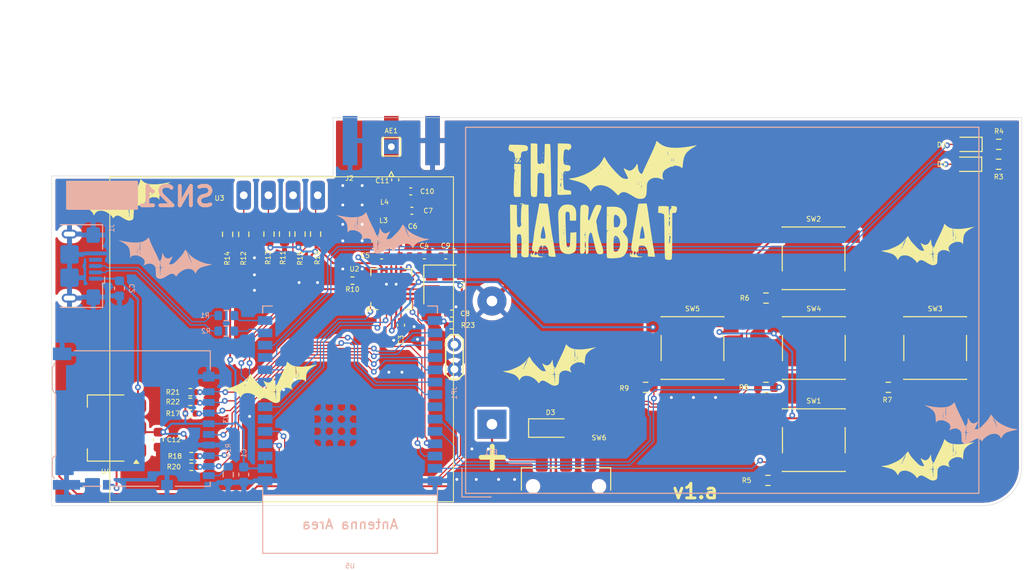
<source format=kicad_pcb>
(kicad_pcb (version 20240108) (generator "pcbnew") (generator_version "8.0")
  (layers (0 "F.Cu" signal) (31 "B.Cu" signal) (34 "B.Paste" user) (35 "F.Paste" user) (36 "B.SilkS" user "B.Silkscreen") (37 "F.SilkS" user "F.Silkscreen") (38 "B.Mask" user) (39 "F.Mask" user) (44 "Edge.Cuts" user))
  (net 0 "")
  (net 1 "Net-(AE1-A)")
  (net 2 "+3V3")
  (net 3 "GND")
  (net 4 "+5V")
  (net 5 "Net-(U2-DCOUPL)")
  (net 6 "Net-(C4-Pad2)")
  (net 7 "Net-(U2-RF_N)")
  (net 8 "Net-(C6-Pad2)")
  (net 9 "Net-(U2-RF_P)")
  (net 10 "Net-(C7-Pad1)")
  (net 11 "Net-(U2-XOSC_Q1)")
  (net 12 "Net-(U2-XOSC_Q2)")
  (net 13 "Net-(C10-Pad1)")
  (net 14 "Net-(D1-K)")
  (net 15 "LED1")
  (net 16 "Net-(D2-K)")
  (net 17 "LED2")
  (net 18 "SD_DATA0")
  (net 19 "SD_CLK")
  (net 20 "SD_CD")
  (net 21 "SD_DATA3")
  (net 22 "SD_CMD")
  (net 23 "SD_DATA2")
  (net 24 "SD_DATA1")
  (net 25 "/esp32c6/USB_P")
  (net 26 "Net-(U5-GPIO13{slash}USB_D+)")
  (net 27 "/esp32c6/USB_N")
  (net 28 "Net-(U5-GPIO12{slash}USB_D-)")
  (net 29 "BUT_DOWN")
  (net 30 "BUT_UP")
  (net 31 "BUT_RIGHT")
  (net 32 "BUT_ENTER")
  (net 33 "BUT_LEFT")
  (net 34 "Net-(U2-RBIAS)")
  (net 35 "Net-(U3-GND)")
  (net 36 "Net-(U3-VCC_IN)")
  (net 37 "OLED_SCL")
  (net 38 "OLED_SDA")
  (net 39 "RF_GD0")
  (net 40 "RF_SPID")
  (net 41 "RF_GD2")
  (net 42 "RF_SPICS")
  (net 43 "RF_SPIQ")
  (net 44 "RF_SPICLK")
  (net 48 "Net-(BT1-+)")
  (net 49 "Net-(D3-A)")
  (footprint "oled:oled_1.3" (layer "F.Cu") (at 156 89.1)
    (property "Reference" "U3")
    (property "Value" "DM-OLED096-636")
  )
  (footprint "Crystal:Crystal_SMD_3225-4Pin_3.2x2.5mm" (layer "F.Cu") (at 180 90.2 -90)
    (property "Reference" "Y1")
    (property "Value" "27MHz")
  )
  (footprint "Resistor_SMD:R_0402_1005Metric" (layer "F.Cu") (at 154.4 107.9)
    (property "Reference" "R18")
    (property "Value" "10k")
  )
  (footprint "Package_DFN_QFN:QFN-20-1EP_4x4mm_P0.5mm_EP2.6x2.6mm_ThermalVias" (layer "F.Cu") (at 175 90.675 90)
    (property "Reference" "U2")
    (property "Value" "CC1101")
  )
  (footprint "Capacitor_SMD:C_0402_1005Metric" (layer "F.Cu") (at 178.4 87.2 180)
    (property "Reference" "C4")
    (property "Value" "220p")
  )
  (footprint "IMG:bat" (layer "F.Cu") (at 162.7 100.2)
    (property "Reference" "G***" (hide yes))
    (property "Value" "LOGO" (hide yes))
  )
  (footprint "Inductor_SMD:L_0402_1005Metric" (layer "F.Cu") (at 176.4 87.2 180)
    (property "Reference" "L1")
    (property "Value" "27nH")
  )
  (footprint "Resistor_SMD:R_0603_1608Metric" (layer "F.Cu") (at 213.6 100.8)
    (property "Reference" "R8")
    (property "Value" "4k7")
  )
  (footprint "Capacitor_SMD:C_0402_1005Metric" (layer "F.Cu") (at 177.12 82.6)
    (property "Reference" "C7")
    (property "Value" "8.2p")
  )
  (footprint "Resistor_SMD:R_0603_1608Metric" (layer "F.Cu") (at 165.6 85 -90)
    (property "Reference" "R15")
    (property "Value" "4k7")
  )
  (footprint "Resistor_SMD:R_0402_1005Metric" (layer "F.Cu") (at 154.3 103.5)
    (property "Reference" "R17")
    (property "Value" "10k")
  )
  (footprint "Resistor_SMD:R_0402_1005Metric" (layer "F.Cu") (at 171 89.8 180)
    (property "Reference" "R10")
    (property "Value" "56k")
  )
  (footprint "Resistor_SMD:R_0603_1608Metric" (layer "F.Cu") (at 159.8 85.025 -90)
    (property "Reference" "R12")
    (property "Value" "0")
  )
  (footprint "Button_Switch_SMD:SW_Push_1P1T_NO_6x6mm_H9.5mm" (layer "F.Cu") (at 218.5 87.5)
    (property "Reference" "SW2")
    (property "Value" "SW_Push")
  )
  (footprint "IMG:bat" (layer "F.Cu") (at 230.4 108.2)
    (property "Reference" "G***" (hide yes))
    (property "Value" "LOGO" (hide yes))
  )
  (footprint "TestPoint:TestPoint_2Pads_Pitch2.54mm_Drill0.8mm" (layer "F.Cu") (at 181.5 98.94 90)
    (property "Reference" "JP1")
    (property "Value" "Jumper_2_Open")
  )
  (footprint "Resistor_SMD:R_0603_1608Metric" (layer "F.Cu") (at 237.5625 77.8 180)
    (property "Reference" "R3")
    (property "Value" "4k7")
  )
  (footprint "Inductor_SMD:L_0402_1005Metric" (layer "F.Cu") (at 174.8 85.6 90)
    (property "Reference" "L2")
    (property "Value" "27nH")
  )
  (footprint "Resistor_SMD:R_0603_1608Metric" (layer "F.Cu") (at 226.2 100.8)
    (property "Reference" "R7")
    (property "Value" "4k7")
  )
  (footprint "Capacitor_SMD:C_0402_1005Metric" (layer "F.Cu") (at 176 94.4 -90)
    (property "Reference" "C3")
    (property "Value" "100n")
  )
  (footprint "Resistor_SMD:R_0603_1608Metric" (layer "F.Cu") (at 237.575 75.75 180)
    (property "Reference" "R4")
    (property "Value" "4k7")
  )
  (footprint "Capacitor_SMD:C_0402_1005Metric" (layer "F.Cu") (at 175.8 85.6 90)
    (property "Reference" "C6")
    (property "Value" "3.9p")
  )
  (footprint "Resistor_SMD:R_0603_1608Metric" (layer "F.Cu") (at 164 85 -90)
    (property "Reference" "R11")
    (property "Value" "0")
  )
  (footprint "Resistor_SMD:R_0603_1608Metric" (layer "F.Cu") (at 167.2 85 -90)
    (property "Reference" "R16")
    (property "Value" "4k7")
  )
  (footprint "Resistor_SMD:R_0402_1005Metric" (layer "F.Cu") (at 181.2 94.4 180)
    (property "Reference" "R23")
    (property "Value" "10k")
  )
  (footprint "IMG:hackbat_logo" (layer "F.Cu") (at 196.2 83.2)
    (property "Reference" "G***" (hide yes))
    (property "Value" "LOGO" (hide yes))
  )
  (footprint "Capacitor_SMD:C_0402_1005Metric" (layer "F.Cu") (at 180.6 87.2)
    (property "Reference" "C9")
    (property "Value" "27p")
  )
  (footprint "Resistor_SMD:R_0603_1608Metric" (layer "F.Cu") (at 162.4 85 -90)
    (property "Reference" "R13")
    (property "Value" "0")
  )
  (footprint "Package_TO_SOT_SMD:SOT-223-3_TabPin2" (layer "F.Cu") (at 145.6 105 180)
    (property "Reference" "U4")
    (property "Value" "AMS1117-3.3")
  )
  (footprint "Connector_Coaxial:SMA_Amphenol_132289_EdgeMount" (layer "F.Cu") (at 175 75.3625 90)
    (property "Reference" "J2")
    (property "Value" "Conn_Coaxial")
  )
  (footprint "Resistor_SMD:R_0402_1005Metric" (layer "F.Cu") (at 154.3 102.3)
    (property "Reference" "R22")
    (property "Value" "10k")
  )
  (footprint "Resistor_SMD:R_0603_1608Metric" (layer "F.Cu") (at 213.6 91.6)
    (property "Reference" "R6")
    (property "Value" "4k7")
  )
  (footprint "Diode_SMD:Nexperia_CFP3_SOD-123W" (layer "F.Cu") (at 191.4 105)
    (property "Reference" "D3")
    (property "Value" "D_Schottky")
  )
  (footprint "Inductor_SMD:L_0402_1005Metric" (layer "F.Cu") (at 175.4 81.685 90)
    (property "Reference" "L4")
    (property "Value" "27n")
  )
  (footprint "Resistor_SMD:R_0603_1608Metric" (layer "F.Cu") (at 213.8 110.4)
    (property "Reference" "R5")
    (property "Value" "4k7")
  )
  (footprint "Button_Switch_SMD:SW_Push_1P1T_NO_6x6mm_H9.5mm" (layer "F.Cu") (at 218.525 96.75)
    (property "Reference" "SW4")
    (property "Value" "SW_Push")
  )
  (footprint "IMG:bat" (layer "F.Cu") (at 230.4 86)
    (property "Reference" "G***" (hide yes))
    (property "Value" "LOGO" (hide yes))
  )
  (footprint "Resistor_SMD:R_0603_1608Metric" (layer "F.Cu") (at 158.135 85.025 -90)
    (property "Reference" "R14")
    (property "Value" "0")
  )
  (footprint "Button_Switch_SMD:SW_Push_1P1T_NO_6x6mm_H9.5mm" (layer "F.Cu") (at 206.025 96.75)
    (property "Reference" "SW5")
    (property "Value" "SW_Push")
  )
  (footprint "Capacitor_SMD:C_0402_1005Metric" (layer "F.Cu") (at 175.4 79.4 90)
    (property "Reference" "C11")
    (property "Value" "220p")
  )
  (footprint "Capacitor_SMD:C_0402_1005Metric" (layer "F.Cu") (at 174 87.2 180)
    (property "Reference" "C5")
    (property "Value" "3.9p")
  )
  (footprint "Resistor_SMD:R_0402_1005Metric" (layer "F.Cu") (at 154.3 101.3)
    (property "Reference" "R21")
    (property "Value" "10k")
  )
  (footprint "Capacitor_SMD:C_0402_1005Metric" (layer "F.Cu") (at 181.2 93.2)
    (property "Reference" "C8")
    (property "Value" "27p")
  )
  (footprint "Inductor_SMD:L_0402_1005Metric" (layer "F.Cu") (at 175.4 83.6 90)
    (property "Reference" "L3")
    (property "Value" "22n")
  )
  (footprint "Button_Switch_SMD:SW_Push_1P1T_NO_6x6mm_H9.5mm" (layer "F.Cu") (at 218.525 106.25)
    (property "Reference" "SW1")
    (property "Value" "SW_Push")
  )
  (footprint "Resistor_SMD:R_0603_1608Metric" (layer "F.Cu") (at 201.2 100.8)
    (property "Reference" "R9")
    (property "Value" "4k7")
  )
  (footprint "Capacitor_SMD:C_0402_1005Metric" (layer "F.Cu") (at 177 80.6)
    (property "Reference" "C10")
    (property "Value" "5.6p")
  )
  (footprint "Capacitor_SMD:C_0603_1608Metric" (layer "F.Cu") (at 151 106.2 90)
    (property "Reference" "C12")
    (property "Value" "1u")
  )
  (footprint "IMG:bat" (layer "F.Cu") (at 191.419486 98.42188)
    (property "Reference" "G***" (hide yes))
    (property "Value" "LOGO" (hide yes))
  )
  (footprint "Resistor_SMD:R_0402_1005Metric" (layer "F.Cu") (at 154.4 109)
    (property "Reference" "R20")
    (property "Value" "10k")
  )
  (footprint "TestPoint:TestPoint_THTPad_1.5x1.5mm_Drill0.7mm" (layer "F.Cu") (at 175 76)
    (property "Reference" "AE1")
    (property "Value" "Antenna")
  )
  (footprint "LED_SMD:LED_0603_1608Metric" (layer "F.Cu") (at 234.3375 77.8 180)
    (property "Reference" "D1")
    (property "Value" "LED")
  )
  (footprint "IMG:bat" (layer "F.Cu") (at 147.6 81.4)
    (property "Reference" "G***" (hide yes))
    (property "Value" "LOGO" (hide yes))
  )
  (footprint "Button_Switch_SMD:SW_Push_1P1T_NO_6x6mm_H9.5mm" (layer "F.Cu") (at 231.025 96.75)
    (property "Reference" "SW3")
    (property "Value" "SW_Push")
  )
  (footprint "LED_SMD:LED_0603_1608Metric" (layer "F.Cu") (at 234.375 75.75 180)
    (property "Reference" "D2")
    (property "Value" "LED")
  )
  (footprint "Button_Switch_SMD:SW_SPDT_CK_JS102011SAQN" (layer "F.Cu") (at 193 111)
    (property "Reference" "SW6")
    (property "Value" "SW_SPST")
  )
  (footprint "Resistor_SMD:R_0603_1608Metric" (layer "B.Cu") (at 158 93.4)
    (property "Reference" "R1")
    (property "Value" "27")
  )
  (footprint "IMG:bat" (layer "B.Cu") (at 234.6 104.4 180)
    (property "Reference" "G***" (hide yes))
    (property "Value" "LOGO" (hide yes))
  )
  (footprint "Resistor_SMD:R_0603_1608Metric" (layer "B.Cu") (at 158 95)
    (property "Reference" "R2")
    (property "Value" "27")
  )
  (footprint "IMG:bat" (layer "B.Cu") (at 151.6 87.4 180)
    (property "Reference" "G***" (hide yes))
    (property "Value" "LOGO" (hide yes))
  )
  (footprint "Connector_USB:USB_Micro-B_Amphenol_10118193-0001LF_Horizontal" (layer "B.Cu") (at 141.85 88.3 90)
    (property "Reference" "J1")
    (property "Value" "USB_B_Micro")
  )
  (footprint "Battery:BatteryHolder_Keystone_2479_3xAAA" (layer "B.Cu") (at 185.3675 104.6075)
    (property "Reference" "BT1")
    (property "Value" "Battery")
  )
  (footprint "Espressif:ESP32-C6-WROOM-1" (layer "B.Cu") (at 170.75 102.17)
    (property "Reference" "U5")
    (property "Value" "ESP32-C6-WROOM-1")
  )
  (footprint "Resistor_SMD:R_0603_1608Metric" (layer "B.Cu") (at 158.2 109.8 90)
    (property "Reference" "R19")
    (property "Value" "4k7")
  )
  (footprint "Connector_Card:microSD_HC_Hirose_DM3AT-SF-PEJM5" (layer "B.Cu") (at 148.465 104.03 90)
    (property "Reference" "J3")
    (property "Value" "Micro_SD_Card_Det_Hirose_DM3AT")
  )
  (footprint "IMG:bat" (layer "B.Cu") (at 174 84.8 180)
    (property "Reference" "G***" (hide yes))
    (property "Value" "LOGO" (hide yes))
  )
  (footprint "Capacitor_SMD:C_0603_1608Metric" (layer "B.Cu") (at 159.8 109.8 90)
    (property "Reference" "C1")
    (property "Value" "100n")
  )
  (footprint "Capacitor_SMD:C_0603_1608Metric" (layer "B.Cu") (at 147 90.6 90)
    (property "Reference" "C2")
    (property "Value" "100n")
  )
  (gr_rect (start 141.6 79.6) (end 148.8 82.4) (stroke (width 0.2)) (fill solid) (layer "B.SilkS"))
  (gr_line (start 239.95 73) (end 169 73) (stroke (width 0.05)) (layer "Edge.Cuts"))
  (gr_line (start 140 113) (end 235.95 113) (stroke (width 0.05)) (layer "Edge.Cuts"))
  (gr_line (start 169 73) (end 169 79) (stroke (width 0.05)) (layer "Edge.Cuts"))
  (gr_arc (start 239.95 109) (mid 238.778427 111.828427) (end 235.95 113) (stroke (width 0.05)) (layer "Edge.Cuts"))
  (gr_line (start 239.95 109) (end 239.95 73) (stroke (width 0.05)) (layer "Edge.Cuts"))
  (gr_line (start 140 79) (end 140 113) (stroke (width 0.05)) (layer "Edge.Cuts"))
  (gr_line (start 169 79) (end 140 79) (stroke (width 0.05)) (layer "Edge.Cuts"))
  (gr_text "SN21" (at 157 82.3 -0) (layer "B.SilkS") (effects (font (size 2 2) (thickness 0.4) (bold yes)) (justify left bottom mirror)))
  (gr_text "v1.a" (at 203.8 112.4 0) (layer "F.SilkS") (effects (font (size 1.5 1.5) (thickness 0.3) (bold yes)) (justify left bottom)))
  (segment (start 175.4 78.92) (end 175.4 75.7625) (width 0.127) (layer "F.Cu") (net 1))
  (segment (start 175.4 75.7625) (end 175 75.3625) (width 0.127) (layer "F.Cu") (net 1))
  (segment (start 167.226471 90.675) (end 166.8 90.248529) (width 0.2) (layer "F.Cu") (net 2))
  (segment (start 153.79 101.3) (end 153.79 103.5) (width 0.2) (layer "F.Cu") (net 2))
  (segment (start 172.8 88) (end 169 88) (width 0.2) (layer "F.Cu") (net 2))
  (segment (start 181.71 94.4) (end 182.26 93.85) (width 0.2) (layer "F.Cu") (net 2))
  (segment (start 174.5 88.75) (end 174 88.75) (width 0.2) (layer "F.Cu") (net 2))
  (segment (start 169 88) (end 167.2 86.2) (width 0.2) (layer "F.Cu") (net 2))
  (segment (start 162.55 85.975) (end 162.4 85.825) (width 0.2) (layer "F.Cu") (net 2))
  (segment (start 153.89 107.9) (end 153.89 105.89) (width 0.2) (layer "F.Cu") (net 2))
  (segment (start 166.8 87.15) (end 167.175 86.775) (width 0.2) (layer "F.Cu") (net 2))
  (segment (start 182.26 93.85) (end 182.26 90.46) (width 0.2) (layer "F.Cu") (net 2))
  (segment (start 166.8 90.248529) (end 166.8 87.15) (width 0.2) (layer "F.Cu") (net 2))
  (segment (start 174 88.75) (end 174 88.4) (width 0.2) (layer "F.Cu") (net 2))
  (segment (start 214.55 94.5) (end 222.5 94.5) (width 0.2) (layer "F.Cu") (net 2))
  (segment (start 177.582997 90.175) (end 177.810742 89.947255) (width 0.2) (layer "F.Cu") (net 2))
  (segment (start 176.45 88.75) (end 176.8 88.4) (width 0.2) (layer "F.Cu") (net 2))
  (segment (start 222.475 85.25) (end 214.525 85.25) (width 0.2) (layer "F.Cu") (net 2))
  (segment (start 162.375 85.85) (end 162.4 85.825) (width 0.2) (layer "F.Cu") (net 2))
  (segment (start 208.8 95.1) (end 209.4 95.1) (width 0.2) (layer "F.Cu") (net 2))
  (segment (start 146.7 107.05) (end 148.75 105) (width 0.2) (layer "F.Cu") (net 2))
  (segment (start 227.05 94.5) (end 235 94.5) (width 0.2) (layer "F.Cu") (net 2))
  (segment (start 173.6 88) (end 172.8 88) (width 0.2) (layer "F.Cu") (net 2))
  (segment (start 167.2 86.75) (end 167.15 86.8) (width 0.2) (layer "F.Cu") (net 2))
  (segment (start 173.075 90.675) (end 167.226471 90.675) (width 0.2) (layer "F.Cu") (net 2))
  (segment (start 210 89.775) (end 210 94.5) (width 0.2) (layer "F.Cu") (net 2))
  (segment (start 176.925 90.175) (end 177.582997 90.175) (width 0.2) (layer "F.Cu") (net 2))
  (segment (start 222.5 104) (end 214.55 104) (width 0.2) (layer "F.Cu") (net 2))
  (segment (start 172.2 88) (end 171.6 87.4) (width 0.2) (layer "F.Cu") (net 2))
  (segment (start 142.45 105) (end 148.75 105) (width 0.2) (layer "F.Cu") (net 2))
  (segment (start 162.55 86.4) (end 162.55 85.975) (width 0.2) (layer "F.Cu") (net 2))
  (segment (start 222.5 94.5) (end 227.05 94.5) (width 0.2) (layer "F.Cu") (net 2))
  (segment (start 216 104) (end 216.3 103.7) (width 0.2) (layer "F.Cu") (net 2))
  (segment (start 172.8 88) (end 172.2 88) (width 0.2) (layer "F.Cu") (net 2))
  (segment (start 214.525 85.25) (end 210 89.775) (width 0.2) (layer "F.Cu") (net 2))
  (segment (start 182.26 90.46) (end 182.1 90.3) (width 0.2) (layer "F.Cu") (net 2))
  (segment (start 165.425 86) (end 165.6 85.825) (width 0.2) (layer "F.Cu") (net 2))
  (segment (start 151 105.425) (end 151.49 105.425) (width 0.2) (layer "F.Cu") (net 2))
  (segment (start 165.425 86.358607) (end 165.425 86) (width 0.2) (layer "F.Cu") (net 2))
  (segment (start 149.175 105.425) (end 148.75 105) (width 0.2) (layer "F.Cu") (net 2))
  (segment (start 175.39 94.61) (end 175.39 93.593866) (width 0.2) (layer "F.Cu") (net 2))
  (segment (start 176 88.75) (end 176.45 88.75) (width 0.2) (layer "F.Cu") (net 2))
  (segment (start 174 88.4) (end 173.6 88) (width 0.2) (layer "F.Cu") (net 2))
  (segment (start 158.4 97.95) (end 158.4 87.25) (width 0.2) (layer "F.Cu") (net 2))
  (segment (start 214.55 95.1) (end 214.4 95.25) (width 0.2) (layer "F.Cu") (net 2))
  (segment (start 202.05 94.5) (end 210 94.5) (width 0.2) (layer "F.Cu") (net 2))
  (segment (start 158.4 87.25) (end 159.8 85.85) (width 0.2) (layer "F.Cu") (net 2))
  (segment (start 214.55 104) (end 216 104) (width 0.2) (layer "F.Cu") (net 2))
  (segment (start 175.5 93.483866) (end 175.5 92.6) (width 0.2) (layer "F.Cu") (net 2))
  (segment (start 175.39 93.593866) (end 175.5 93.483866) (width 0.2) (layer "F.Cu") (net 2))
  (segment (start 151 105.425) (end 149.175 105.425) (width 0.2) (layer "F.Cu") (net 2))
  (segment (start 167.2 86.2) (end 167.2 85.825) (width 0.2) (layer "F.Cu") (net 2))
  (segment (start 159.8 85.85) (end 162.375 85.85) (width 0.2) (layer "F.Cu") (net 2))
  (segment (start 153.89 105.89) (end 153.6 105.6) (width 0.2) (layer "F.Cu") (net 2))
  (segment (start 209.4 95.1) (end 210 94.5) (width 0.2) (layer "F.Cu") (net 2))
  (segment (start 175.05 94.95) (end 175.39 94.61) (width 0.2) (layer "F.Cu") (net 2))
  (segment (start 153.89 109) (end 153.89 107.9) (width 0.2) (layer "F.Cu") (net 2))
  (segment (start 167.2 85.825) (end 167.2 86.75) (width 0.2) (layer "F.Cu") (net 2))
  (segment (start 146.7 111.2) (end 146.7 107.05) (width 0.2) (layer "F.Cu") (net 2))
  (segment (start 214.55 94.5) (end 214.55 95.1) (width 0.2) (layer "F.Cu") (net 2))
  (via (at 214.4 95.25) (size 0.6) (drill 0.3) (layers "F.Cu" "B.Cu") (net 2))
  (via (at 208.8 95.1) (size 0.6) (drill 0.3) (layers "F.Cu" "B.Cu") (net 2))
  (via (at 153.6 105.6) (size 0.6) (drill 0.3) (layers "F.Cu" "B.Cu") (net 2))
  (via (at 146.7 111.2) (size 0.6) (drill 0.3) (layers "F.Cu" "B.Cu") (net 2))
  (via (at 175.05 94.95) (size 0.6) (drill 0.3) (layers "F.Cu" "B.Cu") (net 2))
  (via (at 167.15 86.8) (size 0.6) (drill 0.3) (layers "F.Cu" "B.Cu") (net 2))
  (via (at 158.4 97.95) (size 0.6) (drill 0.3) (layers "F.Cu" "B.Cu") (net 2))
  (via (at 171.6 87.4) (size 0.6) (drill 0.3) (layers "F.Cu" "B.Cu") (net 2))
  (via (at 151.49 105.425) (size 0.6) (drill 0.3) (layers "F.Cu" "B.Cu") (net 2))
  (via (at 176.8 88.4) (size 0.6) (drill 0.3) (layers "F.Cu" "B.Cu") (net 2))
  (via (at 153.79 103.5) (size 0.6) (drill 0.3) (layers "F.Cu" "B.Cu") (net 2))
  (via (at 165.425 86.358607) (size 0.6) (drill 0.3) (layers "F.Cu" "B.Cu") (net 2))
  (via (at 216.3 103.7) (size 0.6) (drill 0.3) (layers "F.Cu" "B.Cu") (net 2))
  (via (at 201.95 94.6) (size 0.6) (drill 0.3) (layers "F.Cu" "B.Cu") (net 2))
  (via (at 182.1 90.3) (size 0.6) (drill 0.3) (layers "F.Cu" "B.Cu") (net 2))
  (via (at 177.810742 89.947255) (size 0.6) (drill 0.3) (layers "F.Cu" "B.Cu") (net 2))
  (via (at 162.55 86.4) (size 0.6) (drill 0.3) (layers "F.Cu" "B.Cu") (net 2))
  (segment (start 216.3 103.7) (end 216.3 97.15) (width 0.2) (layer "B.Cu") (net 2))
  (segment (start 158.95 104.35) (end 158.95 99.05) (width 0.2) (layer "B.Cu") (net 2))
  (segment (start 181.6 89.947255) (end 185.95284 89.947255) (width 0.2) (layer "B.Cu") (net 2))
  (segment (start 151.665 105.6) (end 151.49 105.425) (width 0.2) (layer "B.Cu") (net 2))
  (segment (start 159.8 109.025) (end 159.8 105.2) (width 0.2) (layer "B.Cu") (net 2))
  (segment (start 159.935 109.16) (end 159.8 109.025) (width 0.2) (layer "B.Cu") (net 2))
  (segment (start 171.648529 87.4) (end 172.848529 88.6) (width 0.2) (layer "B.Cu") (net 2))
  (segment (start 152.36 104.555) (end 151.49 105.425) (width 0.2) (layer "B.Cu") (net 2))
  (segment (start 190.605585 94.6) (end 201.95 94.6) (width 0.2) (layer "B.Cu") (net 2))
  (segment (start 159.8 105.2) (end 159.155 104.555) (width 0.2) (layer "B.Cu") (net 2))
  (segment (start 177.810742 89.947255) (end 181.6 89.947255) (width 0.2) (layer "B.Cu") (net 2))
  (segment (start 175.05 94.95) (end 175.05 94) (width 0.2) (layer "B.Cu") (net 2))
  (segment (start 158.3 98.4) (end 158.3 98.05) (width 0.2) (layer "B.Cu") (net 2))
  (segment (start 216.3 97.15) (end 214.4 95.25) (width 0.2) (layer "B.Cu") (net 2))
  (segment (start 214.4 95.25) (end 208.95 95.25) (width 0.2) (layer "B.Cu") (net 2))
  (segment (start 158.745 104.555) (end 158.95 104.35) (width 0.2) (layer "B.Cu") (net 2))
  (segment (start 177.810742 89.410742) (end 177.2 88.8) (width 0.2) (layer "B.Cu") (net 2))
  (segment (start 176.6 88.6) (end 176.8 88.4) (width 0.2) (layer "B.Cu") (net 2))
  (segment (start 153.2 104.555) (end 152.36 104.555) (width 0.2) (layer "B.Cu") (net 2))
  (segment (start 153.6 105.6) (end 151.665 105.6) (width 0.2) (layer "B.Cu") (net 2))
  (segment (start 158.3 98.05) (end 158.4 97.95) (width 0.2) (layer "B.Cu") (net 2))
  (segment (start 175.05 94) (end 176.95 92.1) (width 0.2) (layer "B.Cu") (net 2))
  (segment (start 156.19 104.555) (end 153.2 104.555) (width 0.2) (layer "B.Cu") (net 2))
  (segment (start 159.8 105.2) (end 158.95 104.35) (width 0.2) (layer "B.Cu") (net 2))
  (segment (start 156.19 104.555) (end 158.745 104.555) (width 0.2) (layer "B.Cu") (net 2))
  (segment (start 153.6 104.555) (end 153.2 104.555) (width 0.2) (layer "B.Cu") (net 2))
  (segment (start 176.95 92.1) (end 176.95 90.807997) (width 0.2) (layer "B.Cu") (net 2))
  (segment (start 171.6 87.4) (end 171.648529 87.4) (width 0.2) (layer "B.Cu") (net 2))
  (segment (start 162.591393 86.358607) (end 162.55 86.4) (width 0.2) (layer "B.Cu") (net 2))
  (segment (start 165.425 86.358607) (end 162.591393 86.358607) (width 0.2) (layer "B.Cu") (net 2))
  (segment (start 162 109.16) (end 159.935 109.16) (width 0.2) (layer "B.Cu") (net 2))
  (segment (start 208.95 95.25) (end 208.8 95.1) (width 0.2) (layer "B.Cu") (net 2))
  (segment (start 177.810742 89.947255) (end 177.810742 89.410742) (width 0.2) (layer "B.Cu") (net 2))
  (segment (start 185.95284 89.947255) (end 190.605585 94.6) (width 0.2) (layer "B.Cu") (net 2))
  (segment (start 153.79 104.365) (end 153.79 103.5) (width 0.2) (layer "B.Cu") (net 2))
  (segment (start 167.15 86.8) (end 165.866393 86.8) (width 0.2) (layer "B.Cu") (net 2))
  (segment (start 165.866393 86.8) (end 165.425 86.358607) (width 0.2) (layer "B.Cu") (net 2))
  (segment (start 182.1 90.3) (end 181.747255 89.947255) (width 0.2) (layer "B.Cu") (net 2))
  (segment (start 172.848529 88.6) (end 176.6 88.6) (width 0.2) (layer "B.Cu") (net 2))
  (segment (start 153.6 104.555) (end 153.79 104.365) (width 0.2) (layer "B.Cu") (net 2))
  (segment (start 181.747255 89.947255) (end 181.6 89.947255) (width 0.2) (layer "B.Cu") (net 2))
  (segment (start 145.69 110.855) (end 146.355 110.855) (width 0.2) (layer "B.Cu") (net 2))
  (segment (start 162 107.89) (end 162 109.16) (width 0.2) (layer "B.Cu") (net 2))
  (segment (start 146.355 110.855) (end 146.7 111.2) (width 0.2) (layer "B.Cu") (net 2))
  (segment (start 158.95 99.05) (end 158.3 98.4) (width 0.2) (layer "B.Cu") (net 2))
  (segment (start 176.95 90.807997) (end 177.810742 89.947255) (width 0.2) (layer "B.Cu") (net 2))
  (segment (start 177.2 88.8) (end 176.8 88.4) (width 0.2) (layer "B.Cu") (net 2))
  (segment (start 181.68 93.2) (end 181.68 92.52) (width 0.127) (layer "F.Cu") (net 3))
  (segment (start 173.075 91.175) (end 171.625 91.175) (width 0.127) (layer "F.Cu") (net 3))
  (segment (start 171.625 91.175) (end 171.6 91.2) (width 0.127) (layer "F.Cu") (net 3))
  (segment (start 181.68 92.52) (end 181.66 92.5) (width 0.127) (layer "F.Cu") (net 3))
  (via (at 170 85.7) (size 0.6) (drill 0.3) (layers "F.Cu" "B.Cu") (net 3))
  (via (at 165.05 100) (size 0.6) (drill 0.3) (layers "F.Cu" "B.Cu") (net 3))
  (via (at 170 82) (size 0.6) (drill 0.3) (layers "F.Cu" "B.Cu") (net 3))
  (via (at 170 88.6) (size 0.6) (drill 0.3) (layers "F.Cu" "B.Cu") (net 3))
  (via (at 183.3 107.15) (size 0.6) (drill 0.3) (layers "F.Cu" "B.Cu") (net 3))
  (via (at 183.75 110.3) (size 0.6) (drill 0.3) (layers "F.Cu" "B.Cu") (net 3))
  (via (at 181.66 92.5) (size 0.6) (drill 0.3) (layers "F.Cu" "B.Cu") (net 3))
  (via (at 175.25 95.95) (size 0.6) (drill 0.3) (layers "F.Cu" "B.Cu") (net 3))
  (via (at 176.1 99.25) (size 0.6) (drill 0.3) (layers "F.Cu" "B.Cu") (net 3))
  (via (at 172 88.6) (size 0.6) (drill 0.3) (layers "F.Cu" "B.Cu") (net 3))
  (via (at 177.7 95.85) (size 0.6) (drill 0.3) (layers "F.Cu" "B.Cu") (net 3))
  (via (at 177.35 94.55) (size 0.6) (drill 0.3) (layers "F.Cu" "B.Cu") (net 3))
  (via (at 167.4 90) (size 0.6) (drill 0.3) (layers "F.Cu" "B.Cu") (net 3))
  (via (at 165.5 90) (size 0.6) (drill 0.3) (layers "F.Cu" "B.Cu") (net 3))
  (via (at 185 107.15) (size 0.6) (drill 0.3) (layers "F.Cu" "B.Cu") (net 3))
  (via (at 160.9 87.45) (size 0.6) (drill 0.3) (layers "F.Cu" "B.Cu") (net 3))
  (via (at 172 82) (size 0.6) (drill 0.3) (layers "F.Cu" "B.Cu") (net 3))
  (via (at 170 80) (size 0.6) (drill 0.3) (layers "F.Cu" "B.Cu") (net 3))
  (via (at 206.125 101.85) (size 0.6) (drill 0.3) (layers "F.Cu" "B.Cu") (net 3))
  (via (at 172 84) (size 0.6) (drill 0.3) (layers "F.Cu" "B.Cu") (net 3))
  (via (at 160.9 90.8) (size 0.6) (drill 0.3) (layers "F.Cu" "B.Cu") (net 3))
  (via (at 187.7 110.3) (size 0.6) (drill 0.3) (layers "F.Cu" "B.Cu") (net 3))
  (via (at 160.9 89.2) (size 0.6) (drill 0.3) (layers "F.Cu" "B.Cu") (net 3))
  (via (at 203.85 101.85) (size 0.6) (drill 0.3) (layers "F.Cu" "B.Cu") (net 3))
  (via (at 181.75 110.3) (size 0.6) (drill 0.3) (layers "F.Cu" "B.Cu") (net 3))
  (via (at 172 80) (size 0.6) (drill 0.3) (layers "F.Cu" "B.Cu") (net 3))
  (via (at 186.05 110.3) (size 0.6) (drill 0.3) (layers "F.Cu" "B.Cu") (net 3))
  (via (at 160.4 103.8) (size 0.6) (drill 0.3) (layers "F.Cu" "B.Cu") (net 3))
  (via (at 163.9 101.05) (size 0.6) (drill 0.3) (layers "F.Cu" "B.Cu") (net 3))
  (via (at 172 85.7) (size 0.6) (drill 0.3) (layers "F.Cu" "B.Cu") (net 3))
  (via (at 208.4 101.85) (size 0.6) (drill 0.3) (layers "F.Cu" "B.Cu") (net 3))
  (via (at 170 84) (size 0.6) (drill 0.3) (layers "F.Cu" "B.Cu") (net 3))
  (via (at 174.75 99.25) (size 0.6) (drill 0.3) (layers "F.Cu" "B.Cu") (net 3))
  (segment (start 140.8 110) (end 140.8 103.4) (width 0.2) (layer "F.Cu") (net 4))
  (segment (start 184.6 111) (end 161.2 111) (width 0.2) (layer "F.Cu") (net 4))
  (segment (start 140.8 103.4) (end 141.5 102.7) (width 0.2) (layer "F.Cu") (net 4))
  (segment (start 148.9 102.55) (end 148.75 102.7) (width 0.2) (layer "F.Cu") (net 4))
  (segment (start 185.6 112) (end 184.6 111) (width 0.2) (layer "F.Cu") (net 4))
  (segment (start 148.9 100.8) (end 148.9 102.55) (width 0.2) (layer "F.Cu") (net 4))
  (segment (start 141.5 102.7) (end 148.75 102.7) (width 0.2) (layer "F.Cu") (net 4))
  (segment (start 191.425 111.375) (end 190.8 112) (width 0.2) (layer "F.Cu") (net 4))
  (segment (start 190 105) (end 191.425 106.425) (width 0.2) (layer "F.Cu") (net 4))
  (segment (start 161.2 111) (end 160.4 111.8) (width 0.2) (layer "F.Cu") (net 4))
  (segment (start 142.6 111.8) (end 140.8 110) (width 0.2) (layer "F.Cu") (net 4))
  (segment (start 191.425 106.425) (end 191.425 111.375) (width 0.2) (layer "F.Cu") (net 4))
  (segment (start 160.4 111.8) (end 142.6 111.8) (width 0.2) (layer "F.Cu") (net 4))
  (segment (start 190.8 112) (end 185.6 112) (width 0.2) (layer "F.Cu") (net 4))
  (via (at 148.9 100.8) (size 0.6) (drill 0.3) (layers "F.Cu" "B.Cu") (net 4))
  (segment (start 144.525 89.6) (end 146.775 89.6) (width 0.2) (layer "B.Cu") (net 4))
  (segment (start 146.775 89.6) (end 147 89.825) (width 0.2) (layer "B.Cu") (net 4))
  (segment (start 148.9 91.725) (end 148.9 100.8) (width 0.2) (layer "B.Cu") (net 4))
  (segment (start 147 89.825) (end 148.9 91.725) (width 0.2) (layer "B.Cu") (net 4))
  (segment (start 176 92.6) (end 176 93.92) (width 0.127) (layer "F.Cu") (net 5))
  (segment (start 176.885 87.2) (end 177.92 87.2) (width 0.127) (layer "F.Cu") (net 6))
  (segment (start 175 87.72) (end 174.48 87.2) (width 0.127) (layer "F.Cu") (net 7))
  (segment (start 174.8 86.085) (end 174.8 86.88) (width 0.127) (layer "F.Cu") (net 7))
  (segment (start 174.8 86.88) (end 174.48 87.2) (width 0.127) (layer "F.Cu") (net 7))
  (segment (start 175 88.75) (end 175 87.72) (width 0.127) (layer "F.Cu") (net 7))
  (segment (start 175.8 85.12) (end 175.4 85.12) (width 0.127) (layer "F.Cu") (net 8))
  (segment (start 175.4 85.12) (end 174.805 85.12) (width 0.127) (layer "F.Cu") (net 8))
  (segment (start 175.4 84.085) (end 175.4 85.12) (width 0.127) (layer "F.Cu") (net 8))
  (segment (start 174.805 85.12) (end 174.8 85.115) (width 0.127) (layer "F.Cu") (net 8))
  (segment (start 175.5 88.75) (end 175.5 87.615) (width 0.127) (layer "F.Cu") (net 9))
  (segment (start 175.8 87.085) (end 175.915 87.2) (width 0.127) (layer "F.Cu") (net 9))
  (segment (start 175.5 87.615) (end 175.915 87.2) (width 0.127) (layer "F.Cu") (net 9))
  (segment (start 175.8 86.08) (end 175.8 87.085) (width 0.127) (layer "F.Cu") (net 9))
  (segment (start 175.4 83.115) (end 175.4 82.17) (width 0.127) (layer "F.Cu") (net 10))
  (segment (start 175.83 82.6) (end 175.4 82.17) (width 0.127) (layer "F.Cu") (net 10))
  (segment (start 176.64 82.6) (end 175.83 82.6) (width 0.127) (layer "F.Cu") (net 10))
  (segment (start 178.2865 90.3365) (end 179.8865 90.3365) (width 0.127) (layer "F.Cu") (net 11))
  (segment (start 179.8865 90.3365) (end 180.85 91.3) (width 0.127) (layer "F.Cu") (net 11))
  (segment (start 176.925 90.675) (end 177.948 90.675) (width 0.127) (layer "F.Cu") (net 11))
  (segment (start 180.72 91.43) (end 180.85 91.3) (width 0.127) (layer "F.Cu") (net 11))
  (segment (start 177.948 90.675) (end 178.2865 90.3365) (width 0.127) (layer "F.Cu") (net 11))
  (segment (start 180.72 93.2) (end 180.72 91.43) (width 0.127) (layer "F.Cu") (net 11))
  (segment (start 177.6 89) (end 178 89) (width 0.127) (layer "F.Cu") (net 12))
  (segment (start 180.12 87.88) (end 180.12 87.2) (width 0.127) (layer "F.Cu") (net 12))
  (segment (start 178.1 89.1) (end 179.15 89.1) (width 0.127) (layer "F.Cu") (net 12))
  (segment (start 176.925 89.675) (end 177.6 89) (width 0.127) (layer "F.Cu") (net 12))
  (segment (start 179.15 89.1) (end 179.15 88.85) (width 0.127) (layer "F.Cu") (net 12))
  (segment (start 179.15 88.85) (end 180.12 87.88) (width 0.127) (layer "F.Cu") (net 12))
  (segment (start 178 89) (end 178.1 89.1) (width 0.127) (layer "F.Cu") (net 12))
  (segment (start 175.4 81.2) (end 175.4 80.4) (width 0.127) (layer "F.Cu") (net 13))
  (segment (start 175.6 80.6) (end 175.4 80.4) (width 0.127) (layer "F.Cu") (net 13))
  (segment (start 176.52 80.6) (end 175.6 80.6) (width 0.127) (layer "F.Cu") (net 13))
  (segment (start 175.4 80.4) (end 175.4 79.88) (width 0.127) (layer "F.Cu") (net 13))
  (segment (start 236.7375 77.8) (end 235.125 77.8) (width 0.127) (layer "F.Cu") (net 14))
  (segment (start 232.1 77.8) (end 233.55 77.8) (width 0.127) (layer "F.Cu") (net 15))
  (via (at 232.1 77.8) (size 0.6) (drill 0.3) (layers "F.Cu" "B.Cu") (net 15))
  (segment (start 230.762448 77.8) (end 232.1 77.8) (width 0.127) (layer "B.Cu") (net 15))
  (segment (start 168.777 87.485448) (end 169.635448 86.627) (width 0.127) (layer "B.Cu") (net 15))
  (segment (start 163.2 96.599448) (end 168.777 91.022448) (width 0.127) (layer "B.Cu") (net 15))
  (segment (start 162 97.73) (end 162.877 97.73) (width 0.127) (layer "B.Cu") (net 15))
  (segment (start 209.077 86.627) (end 209.1 86.65) (width 0.127) (layer "B.Cu") (net 15))
  (segment (start 209.1 86.65) (end 221.912448 86.65) (width 0.127) (layer "B.Cu") (net 15))
  (segment (start 168.777 91.022448) (end 168.777 87.485448) (width 0.127) (layer "B.Cu") (net 15))
  (segment (start 163.2 97.407) (end 163.2 96.599448) (width 0.127) (layer "B.Cu") (net 15))
  (segment (start 221.912448 86.65) (end 230.762448 77.8) (width 0.127) (layer "B.Cu") (net 15))
  (segment (start 169.635448 86.627) (end 209.077 86.627) (width 0.127) (layer "B.Cu") (net 15))
  (segment (start 162.877 97.73) (end 163.2 97.407) (width 0.127) (layer "B.Cu") (net 15))
  (segment (start 235.1625 75.75) (end 236.75 75.75) (width 0.127) (layer "F.Cu") (net 16))
  (segment (start 233.5875 75.75) (end 232.35 75.75) (width 0.127) (layer "F.Cu") (net 17))
  (segment (start 232.35 75.75) (end 232.25 75.85) (width 0.127) (layer "F.Cu") (net 17))
  (via (at 232.25 75.85) (size 0.6) (drill 0.3) (layers "F.Cu" "B.Cu") (net 17))
  (segment (start 162 96.46) (end 162.877 96.46) (width 0.127) (layer "B.Cu") (net 17))
  (segment (start 162.877 96.46) (end 168.45 90.887) (width 0.127) (layer "B.Cu") (net 17))
  (segment (start 168.45 87.35) (end 169.5 86.3) (width 0.127) (layer "B.Cu") (net 17))
  (segment (start 169.5 86.3) (end 221.8 86.3) (width 0.127) (layer "B.Cu") (net 17))
  (segment (start 168.45 90.887) (end 168.45 87.35) (width 0.127) (layer "B.Cu") (net 17))
  (segment (start 221.8 86.3) (end 232.25 75.85) (width 0.127) (layer "B.Cu") (net 17))
  (segment (start 158.927 106.673) (end 157.8 107.8) (width 0.127) (layer "F.Cu") (net 18))
  (segment (start 172.254 97.454) (end 172 97.454) (width 0.127) (layer "F.Cu") (net 18))
  (segment (start 165.070896 97.454) (end 163.062448 99.462448) (width 0.127) (layer "F.Cu") (net 18))
  (segment (start 173.2 98.4) (end 172.254 97.454) (width 0.127) (layer "F.Cu") (net 18))
  (segment (start 172 97.454) (end 165.070896 97.454) (width 0.127) (layer "F.Cu") (net 18))
  (segment (start 163.062448 99.462448) (end 158.927 103.597896) (width 0.127) (layer "F.Cu") (net 18))
  (segment (start 154.91 107.9) (end 155.3 107.9) (width 0.127) (layer "F.Cu") (net 18))
  (segment (start 158.927 104.6) (end 158.927 106.673) (width 0.127) (layer "F.Cu") (net 18))
  (segment (start 158.927 103.597896) (end 158.927 104.6) (width 0.127) (layer "F.Cu") (net 18))
  (via (at 157.8 107.8) (size 0.6) (drill 0.3) (layers "F.Cu" "B.Cu") (net 18))
  (via (at 173.2 98.4) (size 0.6) (drill 0.3) (layers "F.Cu" "B.Cu") (net 18))
  (via (at 155.3 107.9) (size 0.6) (drill 0.3) (layers "F.Cu" "B.Cu") (net 18))
  (segment (start 173.87 97.73) (end 173.2 98.4) (width 0.127) (layer "B.Cu") (net 18))
  (segment (start 157.745 107.855) (end 156.19 107.855) (width 0.127) (layer "B.Cu") (net 18))
  (segment (start 179.5 97.73) (end 173.87 97.73) (width 0.127) (layer "B.Cu") (net 18))
  (segment (start 157.8 107.8) (end 157.745 107.855) (width 0.127) (layer "B.Cu") (net 18))
  (segment (start 156.145 107.9) (end 156.19 107.855) (width 0.127) (layer "B.Cu") (net 18))
  (segment (start 155.3 107.9) (end 156.145 107.9) (width 0.127) (layer "B.Cu") (net 18))
  (segment (start 157.7 105.7) (end 158.6 104.8) (width 0.127) (layer "F.Cu") (net 19))
  (segment (start 158.6 104.8) (end 158.6 103.462448) (width 0.127) (layer "F.Cu") (net 19))
  (segment (start 172.727 97.127) (end 173.2 97.6) (width 0.127) (layer "F.Cu") (net 19))
  (segment (start 164.935448 97.127) (end 172.727 97.127) (width 0.127) (layer "F.Cu") (net 19))
  (segment (start 158.6 103.462448) (end 164.935448 97.127) (width 0.127) (layer "F.Cu") (net 19))
  (via (at 157.7 105.7) (size 0.6) (drill 0.3) (layers "F.Cu" "B.Cu") (net 19))
  (via (at 173.2 97.6) (size 0.6) (drill 0.3) (layers "F.Cu" "B.Cu") (net 19))
  (segment (start 176.54 96.46) (end 175.597 97.403) (width 0.127) (layer "B.Cu") (net 19))
  (segment (start 157.7 105.7) (end 156.9 105.7) (width 0.127) (layer "B.Cu") (net 19))
  (segment (start 173.397 97.403) (end 173.2 97.6) (width 0.127) (layer "B.Cu") (net 19))
  (segment (start 156.855 105.655) (end 156.19 105.655) (width 0.127) (layer "B.Cu") (net 19))
  (segment (start 175.597 97.403) (end 173.397 97.403) (width 0.127) (layer "B.Cu") (net 19))
  (segment (start 156.9 105.7) (end 156.855 105.655) (width 0.127) (layer "B.Cu") (net 19))
  (segment (start 179.5 96.46) (end 176.54 96.46) (width 0.127) (layer "B.Cu") (net 19))
  (segment (start 157.27 109.905) (end 158.2 108.975) (width 0.127) (layer "B.Cu") (net 20))
  (segment (start 156.19 109.905) (end 157.27 109.905) (width 0.127) (layer "B.Cu") (net 20))
  (segment (start 169.6135 96.473) (end 164.664552 96.473) (width 0.127) (layer "F.Cu") (net 21))
  (segment (start 154.81 102.3) (end 155.2 102.3) (width 0.127) (layer "F.Cu") (net 21))
  (segment (start 158.937552 102.2) (end 157.85 102.2) (width 0.127) (layer "F.Cu") (net 21))
  (segment (start 164.664552 96.473) (end 158.937552 102.2) (width 0.127) (layer "F.Cu") (net 21))
  (segment (start 169.85 96.2365) (end 169.6135 96.473) (width 0.127) (layer "F.Cu") (net 21))
  (segment (start 155.2 102.3) (end 155.3 102.4) (width 0.127) (layer "F.Cu") (net 21))
  (via (at 157.85 102.2) (size 0.6) (drill 0.3) (layers "F.Cu" "B.Cu") (net 21))
  (via (at 169.85 96.2365) (size 0.6) (drill 0.3) (layers "F.Cu" "B.Cu") (net 21))
  (via (at 155.3 102.4) (size 0.6) (drill 0.3) (layers "F.Cu" "B.Cu") (net 21))
  (segment (start 156.145 102.4) (end 156.19 102.355) (width 0.127) (layer "B.Cu") (net 21))
  (segment (start 173.297 100.597) (end 177.547 100.597) (width 0.127) (layer "B.Cu") (net 21))
  (segment (start 157.85 102.2) (end 157.695 102.355) (width 0.127) (layer "B.Cu") (net 21))
  (segment (start 177.547 100.597) (end 178.49 101.54) (width 0.127) (layer "B.Cu") (net 21))
  (segment (start 170.8865 96.2365) (end 171.2 96.55) (width 0.127) (layer "B.Cu") (net 21))
  (segment (start 169.85 96.2365) (end 170.8865 96.2365) (width 0.127) (layer "B.Cu") (net 21))
  (segment (start 157.695 102.355) (end 156.19 102.355) (width 0.127) (layer "B.Cu") (net 21))
  (segment (start 155.3 102.4) (end 156.145 102.4) (width 0.127) (layer "B.Cu") (net 21))
  (segment (start 178.49 101.54) (end 179.5 101.54) (width 0.127) (layer "B.Cu") (net 21))
  (segment (start 171.2 96.55) (end 171.2 98.5) (width 0.127) (layer "B.Cu") (net 21))
  (segment (start 171.2 98.5) (end 173.297 100.597) (width 0.127) (layer "B.Cu") (net 21))
  (segment (start 173.2 96.8) (end 164.8 96.8) (width 0.127) (layer "F.Cu") (net 22))
  (segment (start 164.8 96.8) (end 158.4 103.2) (width 0.127) (layer "F.Cu") (net 22))
  (segment (start 154.81 103.5) (end 155.2 103.5) (width 0.127) (layer "F.Cu") (net 22))
  (segment (start 158.4 103.2) (end 157.6 103.2) (width 0.127) (layer "F.Cu") (net 22))
  (via (at 157.6 103.2) (size 0.6) (drill 0.3) (layers "F.Cu" "B.Cu") (net 22))
  (via (at 155.2 103.5) (size 0.6) (drill 0.3) (layers "F.Cu" "B.Cu") (net 22))
  (via (at 173.2 96.8) (size 0.6) (drill 0.3) (layers "F.Cu" "B.Cu") (net 22))
  (segment (start 179.5 95.19) (end 177.21 95.19) (width 0.127) (layer "B.Cu") (net 22))
  (segment (start 156.19 103.455) (end 157.345 103.455) (width 0.127) (layer "B.Cu") (net 22))
  (segment (start 155.2 103.5) (end 156.145 103.5) (width 0.127) (layer "B.Cu") (net 22))
  (segment (start 177.21 95.19) (end 175.324 97.076) (width 0.127) (layer "B.Cu") (net 22))
  (segment (start 157.345 103.455) (end 157.6 103.2) (width 0.127) (layer "B.Cu") (net 22))
  (segment (start 173.476 97.076) (end 173.2 96.8) (width 0.127) (layer "B.Cu") (net 22))
  (segment (start 175.324 97.076) (end 173.476 97.076) (width 0.127) (layer "B.Cu") (net 22))
  (segment (start 156.145 103.5) (end 156.19 103.455) (width 0.127) (layer "B.Cu") (net 22))
  (segment (start 159.375104 101.3) (end 157.9 101.3) (width 0.127) (layer "F.Cu") (net 23))
  (segment (start 170.5 95.673) (end 169.277 95.673) (width 0.127) (layer "F.Cu") (net 23))
  (segment (start 164.529104 96.146) (end 159.375104 101.3) (width 0.127) (layer "F.Cu") (net 23))
  (segment (start 168.804 96.146) (end 164.529104 96.146) (width 0.127) (layer "F.Cu") (net 23))
  (segment (start 154.81 101.3) (end 155.3 101.3) (width 0.127) (layer "F.Cu") (net 23))
  (segment (start 169.277 95.673) (end 168.804 96.146) (width 0.127) (layer "F.Cu") (net 23))
  (via (at 157.9 101.3) (size 0.6) (drill 0.3) (layers "F.Cu" "B.Cu") (net 23))
  (via (at 170.5 95.673) (size 0.6) (drill 0.3) (layers "F.Cu" "B.Cu") (net 23))
  (via (at 155.3 101.3) (size 0.6) (drill 0.3) (layers "F.Cu" "B.Cu") (net 23))
  (segment (start 156.145 101.3) (end 156.19 101.255) (width 0.127) (layer "B.Cu") (net 23))
  (segment (start 157.855 101.255) (end 156.19 101.255) (width 0.127) (layer "B.Cu") (net 23))
  (segment (start 170.5 95.673) (end 170.785448 95.673) (width 0.127) (layer "B.Cu") (net 23))
  (segment (start 173.47 100.27) (end 179.5 100.27) (width 0.127) (layer "B.Cu") (net 23))
  (segment (start 170.785448 95.673) (end 171.527 96.414552) (width 0.127) (layer "B.Cu") (net 23))
  (segment (start 171.527 98.327) (end 173.47 100.27) (width 0.127) (layer "B.Cu") (net 23))
  (segment (start 155.3 101.3) (end 156.145 101.3) (width 0.127) (layer "B.Cu") (net 23))
  (segment (start 157.9 101.3) (end 157.855 101.255) (width 0.127) (layer "B.Cu") (net 23))
  (segment (start 171.527 96.414552) (end 171.527 98.327) (width 0.127) (layer "B.Cu") (net 23))
  (segment (start 173.2 99.2) (end 171.8 97.8) (width 0.127) (layer "F.Cu") (net 24))
  (segment (start 159.254 106.6) (end 159.254 107.146) (width 0.127) (layer "F.Cu") (net 24))
  (segment (start 159.254 103.733344) (end 159.254 106.6) (width 0.127) (layer "F.Cu") (net 24))
  (segment (start 165.206344 97.781) (end 162.593672 100.393672) (width 0.127) (layer "F.Cu") (net 24))
  (segment (start 162.593672 100.393672) (end 159.254 103.733344) (width 0.127) (layer "F.Cu") (net 24))
  (segment (start 157.470139 108.929861) (end 157.225 108.929861) (width 0.127) (layer "F.Cu") (net 24))
  (segment (start 171.781 97.781) (end 167.6 97.781) (width 0.127) (layer "F.Cu") (net 24))
  (segment (start 157.8 108.6) (end 157.470139 108.929861) (width 0.127) (layer "F.Cu") (net 24))
  (segment (start 167.6 97.781) (end 165.206344 97.781) (width 0.127) (layer "F.Cu") (net 24))
  (segment (start 171.8 97.8) (end 171.781 97.781) (width 0.127) (layer "F.Cu") (net 24))
  (segment (start 154.91 109) (end 155.3 109) (width 0.127) (layer "F.Cu") (net 24))
  (segment (start 159.254 107.146) (end 157.8 108.6) (width 0.127) (layer "F.Cu") (net 24))
  (via (at 173.2 99.2) (size 0.6) (drill 0.3) (layers "F.Cu" "B.Cu") (net 24))
  (via (at 155.3 109) (size 0.6) (drill 0.3) (layers "F.Cu" "B.Cu") (net 24))
  (via (at 157.225 108.929861) (size 0.6) (drill 0.3) (layers "F.Cu" "B.Cu") (net 24))
  (segment (start 157.225 108.929861) (end 156.215139 108.929861) (width 0.127) (layer "B.Cu") (net 24))
  (segment (start 177.657 98.057) (end 174.343 98.057) (width 0.127) (layer "B.Cu") (net 24))
  (segment (start 179.5 99) (end 178.6 99) (width 0.127) (layer "B.Cu") (net 24))
  (segment (start 156.215139 108.929861) (end 156.19 108.955) (width 0.127) (layer "B.Cu") (net 24))
  (segment (start 174.343 98.057) (end 173.2 99.2) (width 0.127) (layer "B.Cu") (net 24))
  (segment (start 155.3 109) (end 156.145 109) (width 0.127) (layer "B.Cu") (net 24))
  (segment (start 156.145 109) (end 156.19 108.955) (width 0.127) (layer "B.Cu") (net 24))
  (segment (start 178.6 99) (end 177.657 98.057) (width 0.127) (layer "B.Cu") (net 24))
  (segment (start 155.829174 94.033325) (end 156.462499 93.4) (width 0.13335) (layer "B.Cu") (net 25))
  (segment (start 154.469041 94.033325) (end 155.829174 94.033325) (width 0.13335) (layer "B.Cu") (net 25))
  (segment (start 156.462499 93.4) (end 157.175 93.4) (width 0.13335) (layer "B.Cu") (net 25))
  (segment (start 148.894041 88.458325) (end 154.469041 94.033325) (width 0.13335) (layer "B.Cu") (net 25))
  (segment (start 145.695826 88.458325) (end 148.894041 88.458325) (width 0.13335) (layer "B.Cu") (net 25))
  (segment (start 145.537501 88.3) (end 145.695826 88.458325) (width 0.13335) (layer "B.Cu") (net 25))
  (segment (start 144.525 88.3) (end 145.537501 88.3) (width 0.13335) (layer "B.Cu") (net 25))
  (segment (start 162 93.92) (end 159.345 93.92) (width 0.127) (layer "B.Cu") (net 26))
  (segment (start 159.345 93.92) (end 158.825 93.4) (width 0.127) (layer "B.Cu") (net 26))
  (segment (start 144.525 88.95) (end 145.537501 88.95) (width 0.13335) (layer "B.Cu") (net 27))
  (segment (start 148.755959 88.791675) (end 154.330959 94.366675) (width 0.13335) (layer "B.Cu") (net 27))
  (segment (start 155.829174 94.366675) (end 156.462499 95) (width 0.13335) (layer "B.Cu") (net 27))
  (segment (start 156.462499 95) (end 157.175 95) (width 0.13335) (layer "B.Cu") (net 27))
  (segment (start 145.537501 88.95) (end 145.695826 88.791675) (width 0.13335) (layer "B.Cu") (net 27))
  (segment (start 145.695826 88.791675) (end 148.755959 88.791675) (width 0.13335) (layer "B.Cu") (net 27))
  (segment (start 154.330959 94.366675) (end 155.829174 94.366675) (width 0.13335) (layer "B.Cu") (net 27))
  (segment (start 160.4 94.8) (end 161 94.8) (width 0.127) (layer "B.Cu") (net 28))
  (segment (start 160.2 95) (end 160.4 94.8) (width 0.127) (layer "B.Cu") (net 28))
  (segment (start 158.825 95) (end 160.2 95) (width 0.127) (layer "B.Cu") (net 28))
  (segment (start 161 94.8) (end 161.39 95.19) (width 0.127) (layer "B.Cu") (net 28))
  (segment (start 161.39 95.19) (end 162 95.19) (width 0.127) (layer "B.Cu") (net 28))
  (segment (start 213.15 108.5) (end 214.55 108.5) (width 0.127) (layer "F.Cu") (net 29))
  (segment (start 214.625 108.575) (end 214.55 108.5) (width 0.127) (layer "F.Cu") (net 29))
  (segment (start 214.55 108.5) (end 222.5 108.5) (width 0.127) (layer "F.Cu") (net 29))
  (segment (start 214.625 110.4) (end 214.625 108.575) (width 0.127) (layer "F.Cu") (net 29))
  (segment (start 213 108.35) (end 213.15 108.5) (width 0.127) (layer "F.Cu") (net 29))
  (via (at 213 108.35) (size 0.6) (drill 0.3) (layers "F.Cu" "B.Cu") (net 29))
  (segment (start 212.19 109.16) (end 213 108.35) (width 0.127) (layer "B.Cu") (net 29))
  (segment (start 179.5 109.16) (end 212.19 109.16) (width 0.127) (layer "B.Cu") (net 29))
  (segment (start 182.123 103.964552) (end 183.837552 102.25) (width 0.127) (layer "F.Cu") (net 30))
  (segment (start 163.9 105.85) (end 164.0135 105.9635) (width 0.127) (layer "F.Cu") (net 30))
  (segment (start 214.425 92.225) (end 214.425 91.6) (width 0.127) (layer "F.Cu") (net 30))
  (segment (start 214.425 89.85) (end 214.525 89.75) (width 0.127) (layer "F.Cu") (net 30))
  (segment (start 164.0135 109.0135) (end 165.3095 110.3095) (width 0.127) (layer "F.Cu") (net 30))
  (segment (start 214.525 89.75) (end 222.475 89.75) (width 0.127) (layer "F.Cu") (net 30))
  (segment (start 179.628052 110.3095) (end 182.123 107.814552) (width 0.127) (layer "F.Cu") (net 30))
  (segment (start 211.6 101.1) (end 211.6 95.05) (width 0.127) (layer "F.Cu") (net 30))
  (segment (start 201.81659 102.5135) (end 210.1865 102.5135) (width 0.127) (layer "F.Cu") (net 30))
  (segment (start 164.0135 105.9635) (end 164.0135 109.0135) (width 0.127) (layer "F.Cu") (net 30))
  (segment (start 201.55309 102.25) (end 201.81659 102.5135) (width 0.127) (layer "F.Cu") (net 30))
  (segment (start 182.123 107.814552) (end 182.123 103.964552) (width 0.127) (layer "F.Cu") (net 30))
  (segment (start 165.3095 110.3095) (end 179.628052 110.3095) (width 0.127) (layer "F.Cu") (net 30))
  (segment (start 183.837552 102.25) (end 201.55309 102.25) (width 0.127) (layer "F.Cu") (net 30))
  (segment (start 211.6 95.05) (end 214.425 92.225) (width 0.127) (layer "F.Cu") (net 30))
  (segment (start 214.425 91.6) (end 214.425 89.85) (width 0.127) (layer "F.Cu") (net 30))
  (segment (start 210.1865 102.5135) (end 211.6 101.1) (width 0.127) (layer "F.Cu") (net 30))
  (via (at 163.9 105.85) (size 0.6) (drill 0.3) (layers "F.Cu" "B.Cu") (net 30))
  (segment (start 163.4 105.35) (end 163.9 105.85) (width 0.127) (layer "B.Cu") (net 30))
  (segment (start 162 105.35) (end 163.4 105.35) (width 0.127) (layer "B.Cu") (net 30))
  (segment (start 201.417642 102.577) (end 201.681142 102.8405) (width 0.127) (layer "F.Cu") (net 31))
  (segment (start 183.973 102.577) (end 201.417642 102.577) (width 0.127) (layer "F.Cu") (net 31))
  (segment (start 182.45 107.95) (end 182.45 104.1) (width 0.127) (layer "F.Cu") (net 31))
  (segment (start 227.025 99.025) (end 227.05 99) (width 0.127) (layer "F.Cu") (net 31))
  (segment (start 227.025 100.8) (end 227.025 99.025) (width 0.127) (layer "F.Cu") (net 31))
  (segment (start 165.1365 110.6365) (end 179.7635 110.6365) (width 0.127) (layer "F.Cu") (net 31))
  (segment (start 163.45 108.95) (end 165.1365 110.6365) (width 0.127) (layer "F.Cu") (net 31))
  (segment (start 224.9845 102.8405) (end 227.025 100.8) (width 0.127) (layer "F.Cu") (net 31))
  (segment (start 182.45 104.1) (end 183.973 102.577) (width 0.127) (layer "F.Cu") (net 31))
  (segment (start 179.7635 110.6365) (end 182.45 107.95) (width 0.127) (layer "F.Cu") (net 31))
  (segment (start 201.681142 102.8405) (end 224.9845 102.8405) (width 0.127) (layer "F.Cu") (net 31))
  (segment (start 163.45 106.8) (end 163.45 108.95) (width 0.127) (layer "F.Cu") (net 31))
  (segment (start 227.05 99) (end 235 99) (width 0.127) (layer "F.Cu") (net 31))
  (via (at 163.45 106.8) (size 0.6) (drill 0.3) (layers "F.Cu" "B.Cu") (net 31))
  (segment (start 162 106.62) (end 163.27 106.62) (width 0.127) (layer "B.Cu") (net 31))
  (segment (start 163.27 106.62) (end 163.45 106.8) (width 0.127) (layer "B.Cu") (net 31))
  (segment (start 214.95 100.8) (end 214.425 100.8) (width 0.127) (layer "F.Cu") (net 32))
  (segment (start 214.425 99.125) (end 214.55 99) (width 0.127) (layer "F.Cu") (net 32))
  (segment (start 214.425 100.8) (end 214.425 99.125) (width 0.127) (layer "F.Cu") (net 32))
  (segment (start 214.55 99) (end 222.5 99) (width 0.127) (layer "F.Cu") (net 32))
  (via (at 214.95 100.8) (size 0.6) (drill 0.3) (layers "F.Cu" "B.Cu") (net 32))
  (segment (start 209.85 101.05) (end 214.7 101.05) (width 0.127) (layer "B.Cu") (net 32))
  (segment (start 181.827 107.95) (end 182.383 108.506) (width 0.127) (layer "B.Cu") (net 32))
  (segment (start 182.95 108.506) (end 199.431552 108.506) (width 0.127) (layer "B.Cu") (net 32))
  (segment (start 201.4865 103.6135) (end 201.4865 101.71659) (width 0.127) (layer "B.Cu") (net 32))
  (segment (start 201.673 106.264552) (end 201.673 103.8) (width 0.127) (layer "B.Cu") (net 32))
  (segment (start 181.827 105.95) (end 181.827 107.95) (width 0.127) (layer "B.Cu") (net 32))
  (segment (start 199.431552 108.506) (end 200.168776 107.768776) (width 0.127) (layer "B.Cu") (net 32))
  (segment (start 182.383 108.506) (end 182.95 108.506) (width 0.127) (layer "B.Cu") (net 32))
  (segment (start 201.673 103.8) (end 201.4865 103.6135) (width 0.127) (layer "B.Cu") (net 32))
  (segment (start 200.168776 107.768776) (end 201.673 106.264552) (width 0.127) (layer "B.Cu") (net 32))
  (segment (start 179.5 104.08) (end 179.957 104.08) (width 0.127) (layer "B.Cu") (net 32))
  (segment (start 214.7 101.05) (end 214.95 100.8) (width 0.127) (layer "B.Cu") (net 32))
  (segment (start 179.957 104.08) (end 181.827 105.95) (width 0.127) (layer "B.Cu") (net 32))
  (segment (start 201.4865 101.71659) (end 202.15309 101.05) (width 0.127) (layer "B.Cu") (net 32))
  (segment (start 202.15309 101.05) (end 209.85 101.05) (width 0.127) (layer "B.Cu") (net 32))
  (segment (start 202.05 100.825) (end 202.025 100.8) (width 0.127) (layer "F.Cu") (net 33))
  (segment (start 202.05 99) (end 210 99) (width 0.127) (layer "F.Cu") (net 33))
  (segment (start 202.025 100.8) (end 202.025 99.025) (width 0.127) (layer "F.Cu") (net 33))
  (segment (start 202.025 99.025) (end 202.05 99) (width 0.127) (layer "F.Cu") (net 33))
  (segment (start 202.05 101.95) (end 202.05 100.825) (width 0.127) (layer "F.Cu") (net 33))
  (via (at 202.05 101.95) (size 0.6) (drill 0.3) (layers "F.Cu" "B.Cu") (net 33))
  (segment (start 181.5 106.893) (end 181.5 108.55) (width 0.127) (layer "B.Cu") (net 33))
  (segment (start 179.5 105.35) (end 179.957 105.35) (width 0.127) (layer "B.Cu") (net 33))
  (segment (start 202 102.3) (end 202 102) (width 0.127) (layer "B.Cu") (net 33))
  (segment (start 202 106.4) (end 202 102.3) (width 0.127) (layer "B.Cu") (net 33))
  (segment (start 201.45 106.95) (end 202 106.4) (width 0.127) (layer "B.Cu") (net 33))
  (segment (start 202 102) (end 202.05 101.95) (width 0.127) (layer "B.Cu") (net 33))
  (segment (start 181.783 108.833) (end 183.15 108.833) (width 0.127) (layer "B.Cu") (net 33))
  (segment (start 183.15 108.833) (end 199.567 108.833) (width 0.127) (layer "B.Cu") (net 33))
  (segment (start 179.957 105.35) (end 181.5 106.893) (width 0.127) (layer "B.Cu") (net 33))
  (segment (start 199.567 108.833) (end 201.45 106.95) (width 0.127) (layer "B.Cu") (net 33))
  (segment (start 181.5 108.55) (end 181.783 108.833) (width 0.127) (layer "B.Cu") (net 33))
  (segment (start 173.075 90.175) (end 171.885 90.175) (width 0.127) (layer "F.Cu") (net 34))
  (segment (start 171.885 90.175) (end 171.51 89.8) (width 0.127) (layer "F.Cu") (net 34))
  (segment (start 162.4 83.6) (end 162.34 83.54) (width 0.127) (layer "F.Cu") (net 35))
  (segment (start 162.34 83.54) (end 162.34 81) (width 0.127) (layer "F.Cu") (net 35))
  (segment (start 164 84.175) (end 162.4 84.175) (width 0.127) (layer "F.Cu") (net 35))
  (segment (start 162.4 84.175) (end 162.4 83.6) (width 0.127) (layer "F.Cu") (net 35))
  (segment (start 158.135 84.2) (end 159.8 84.2) (width 0.127) (layer "F.Cu") (net 36))
  (segment (start 159.8 84.2) (end 159.8 81) (width 0.127) (layer "F.Cu") (net 36))
  (segment (start 165.6 84.175) (end 164.8615 84.9135) (width 0.127) (layer "F.Cu") (net 37))
  (segment (start 163.823 89.2) (end 163.823 92.264552) (width 0.127) (layer "F.Cu") (net 37))
  (segment (start 164.8615 87.256567) (end 164.584033 87.534034) (width 0.127) (layer "F.Cu") (net 37))
  (segment (start 160.073 96.014552) (end 160 96.087552) (width 0.127) (layer "F.Cu") (net 37))
  (segment (start 163.568776 92.518776) (end 160.073 96.014552) (width 0.127) (layer "F.Cu") (net 37))
  (segment (start 160 97.85) (end 159.55 98.3) (width 0.127) (layer "F.Cu") (net 37))
  (segment (start 164.584033 87.534034) (end 163.823 88.295067) (width 0.127) (layer "F.Cu") (net 37))
  (segment (start 165.6 81.72) (end 164.88 81) (width 0.127) (layer "F.Cu") (net 37))
  (segment (start 164.8615 84.9135) (end 164.8615 87.256567) (width 0.127) (layer "F.Cu") (net 37))
  (segment (start 165.6 84.175) (end 165.6 81.72) (width 0.127) (layer "F.Cu") (net 37))
  (segment (start 160 96.087552) (end 160 96.85) (width 0.127) (layer "F.Cu") (net 37))
  (segment (start 163.823 88.295067) (end 163.823 89.2) (width 0.127) (layer "F.Cu") (net 37))
  (segment (start 163.823 92.264552) (end 163.568776 92.518776) (width 0.127) (layer "F.Cu") (net 37))
  (segment (start 160 96.85) (end 160 97.85) (width 0.127) (layer "F.Cu") (net 37))
  (via (at 159.55 98.3) (size 0.6) (drill 0.3) (layers "F.Cu" "B.Cu") (net 37))
  (segment (start 159.55 99.547) (end 160.3765 100.3735) (width 0.127) (layer "B.Cu") (net 37))
  (segment (start 160.3765 100.3735) (end 161.543 101.54) (width 0.127) (layer "B.Cu") (net 37))
  (segment (start 161.543 101.54) (end 162 101.54) (width 0.127) (layer "B.Cu") (net 37))
  (segment (start 159.55 98.3) (end 159.55 99.547) (width 0.127) (layer "B.Cu") (net 37))
  (segment (start 167.2 84.175) (end 166.4615 84.9135) (width 0.127) (layer "F.Cu") (net 38))
  (segment (start 167.2 81.22) (end 167.42 81) (width 0.127) (layer "F.Cu") (net 38))
  (segment (start 167.2 84.175) (end 167.2 81.22) (width 0.127) (layer "F.Cu") (net 38))
  (segment (start 166.4615 84.9135) (end 166.4615 86.119015) (width 0.127) (layer "F.Cu") (net 38))
  (segment (start 164.15 92.4) (end 160.4 96.15) (width 0.127) (layer "F.Cu") (net 38))
  (segment (start 160.4 96.15) (end 160.4 98.3) (width 0.127) (layer "F.Cu") (net 38))
  (segment (start 166.4615 86.119015) (end 164.15 88.430515) (width 0.127) (layer "F.Cu") (net 38))
  (segment (start 164.15 88.430515) (end 164.15 92.4) (width 0.127) (layer "F.Cu") (net 38))
  (via (at 160.4 98.3) (size 0.6) (drill 0.3) (layers "F.Cu" "B.Cu") (net 38))
  (segment (start 161.123 100.27) (end 162 100.27) (width 0.127) (layer "B.Cu") (net 38))
  (segment (start 160.4 99.547) (end 161.123 100.27) (width 0.127) (layer "B.Cu") (net 38))
  (segment (start 160.4 98.3) (end 160.4 99.547) (width 0.127) (layer "B.Cu") (net 38))
  (segment (start 180.69 94.69) (end 180.69 94.4) (width 0.127) (layer "F.Cu") (net 39))
  (segment (start 181.5 95.5) (end 180.69 94.69) (width 0.127) (layer "F.Cu") (net 39))
  (segment (start 180.69 94.4) (end 180.69 94.29) (width 0.127) (layer "F.Cu") (net 39))
  (segment (start 177.1865 93.05) (end 177.1865 91.9365) (width 0.127) (layer "F.Cu") (net 39))
  (segment (start 180.69 94.29) (end 180.4 94) (width 0.127) (layer "F.Cu") (net 39))
  (segment (start 177.1865 91.9365) (end 176.925 91.675) (width 0.127) (layer "F.Cu") (net 39))
  (segment (start 181.5 96.4) (end 181.5 95.5) (width 0.127) (layer "F.Cu") (net 39))
  (via (at 177.1865 93.05) (size 0.6) (drill 0.3) (layers "F.Cu" "B.Cu") (net 39))
  (via (at 180.4 94) (size 0.6) (drill 0.3) (layers "F.Cu" "B.Cu") (net 39))
  (segment (start 180.4 94) (end 179.58 94) (width 0.127) (layer "B.Cu") (net 39))
  (segment (start 179.5 93.92) (end 178.0565 93.92) (width 0.127) (layer "B.Cu") (net 39))
  (segment (start 179.58 94) (end 179.5 93.92) (width 0.127) (layer "B.Cu") (net 39))
  (segment (start 178.0565 93.92) (end 177.1865 93.05) (width 0.127) (layer "B.Cu") (net 39))
  (segment (start 174.4135 93.897995) (end 174.5 93.811495) (width 0.127) (layer "F.Cu") (net 40))
  (segment (start 174.5 93.811495) (end 174.5 92.6) (width 0.127) (layer "F.Cu") (net 40))
  (via (at 174.4135 93.897995) (size 0.6) (drill 0.3) (layers "F.Cu" "B.Cu") (net 40))
  (segment (start 174.4135 93.897995) (end 174.211495 94.1) (width 0.127) (layer "B.Cu") (net 40))
  (segment (start 167.7 98.6) (end 163.49 102.81) (width 0.127) (layer "B.Cu") (net 40))
  (segment (start 163.49 102.81) (end 162 102.81) (width 0.127) (layer "B.Cu") (net 40))
  (segment (start 174.211495 94.1) (end 169.65 94.1) (width 0.127) (layer "B.Cu") (net 40))
  (segment (start 169.65 94.1) (end 167.7 96.05) (width 0.127) (layer "B.Cu") (net 40))
  (segment (start 167.7 96.05) (end 167.7 98.6) (width 0.127) (layer "B.Cu") (net 40))
  (segment (start 177.7 106.55) (end 177.7 105.35) (width 0.127) (layer "F.Cu") (net 41))
  (segment (start 178.1365 97.73959) (end 176.98341 96.5865) (width 0.127) (layer "F.Cu") (net 41))
  (segment (start 174.7865 96.5865) (end 174.45 96.25) (width 0.127) (layer "F.Cu") (net 41))
  (segment (start 174.45 94.658405) (end 175 94.108405) (width 0.127) (layer "F.Cu") (net 41))
  (segment (start 177.7 105.35) (end 178.1365 104.9135) (width 0.127) (layer "F.Cu") (net 41))
  (segment (start 174.45 96.25) (end 174.45 94.658405) (width 0.127) (layer "F.Cu") (net 41))
  (segment (start 178.1365 104.9135) (end 178.1365 97.73959) (width 0.127) (layer "F.Cu") (net 41))
  (segment (start 175 94.108405) (end 175 92.6) (width 0.127) (layer "F.Cu") (net 41))
  (segment (start 176.98341 96.5865) (end 174.7865 96.5865) (width 0.127) (layer "F.Cu") (net 41))
  (via (at 177.7 106.55) (size 0.6) (drill 0.3) (layers "F.Cu" "B.Cu") (net 41))
  (segment (start 179.5 107.89) (end 178.39 107.89) (width 0.127) (layer "B.Cu") (net 41))
  (segment (start 178 106.85) (end 177.7 106.55) (width 0.127) (layer "B.Cu") (net 41))
  (segment (start 178.39 107.89) (end 178 107.5) (width 0.127) (layer "B.Cu") (net 41))
  (segment (start 178 107.5) (end 178 106.85) (width 0.127) (layer "B.Cu") (net 41))
  (segment (start 177.75 91.575001) (end 177.75 93.9) (width 0.127) (layer "F.Cu") (net 42))
  (segment (start 178.65 106.05) (end 178.65 106.55) (width 0.127) (layer "F.Cu") (net 42))
  (segment (start 177.75 93.9) (end 178.4635 94.6135) (width 0.127) (layer "F.Cu") (net 42))
  (segment (start 176.925 91.175) (end 177.349999 91.175) (width 0.127) (layer "F.Cu") (net 42))
  (segment (start 177.349999 91.175) (end 177.75 91.575001) (width 0.127) (layer "F.Cu") (net 42))
  (segment (start 178.55 105.95) (end 178.65 106.05) (width 0.127) (layer "F.Cu") (net 42))
  (segment (start 178.4635 94.6135) (end 178.4635 105.8635) (width 0.127) (layer "F.Cu") (net 42))
  (segment (start 178.4635 105.8635) (end 178.55 105.95) (width 0.127) (layer "F.Cu") (net 42))
  (via (at 178.65 106.55) (size 0.6) (drill 0.3) (layers "F.Cu" "B.Cu") (net 42))
  (segment (start 178.65 106.55) (end 179.43 106.55) (width 0.127) (layer "B.Cu") (net 42))
  (segment (start 179.43 106.55) (end 179.5 106.62) (width 0.127) (layer "B.Cu") (net 42))
  (segment (start 173.075 91.675) (end 172.85 91.9) (width 0.127) (layer "F.Cu") (net 43))
  (segment (start 172.85 91.9) (end 172.85 93) (width 0.127) (layer "F.Cu") (net 43))
  (via (at 172.85 93) (size 0.6) (drill 0.3) (layers "F.Cu" "B.Cu") (net 43))
  (segment (start 172.85 93) (end 172.85 93.25) (width 0.127) (layer "B.Cu") (net 43))
  (segment (start 167.373 97.327) (end 165.7 99) (width 0.127) (layer "B.Cu") (net 43))
  (segment (start 165.7 99) (end 162 99) (width 0.127) (layer "B.Cu") (net 43))
  (segment (start 167.373 95.914552) (end 167.373 97.327) (width 0.127) (layer "B.Cu") (net 43))
  (segment (start 172.327 93.773) (end 169.514552 93.773) (width 0.127) (layer "B.Cu") (net 43))
  (segment (start 169.514552 93.773) (end 167.373 95.914552) (width 0.127) (layer "B.Cu") (net 43))
  (segment (start 172.85 93.25) (end 172.327 93.773) (width 0.127) (layer "B.Cu") (net 43))
  (segment (start 173.85 94.15) (end 173.85 94.385878) (width 0.127) (layer "F.Cu") (net 44))
  (segment (start 173.85 94.385878) (end 173.572378 94.6635) (width 0.127) (layer "F.Cu") (net 44))
  (segment (start 173.85 92.75) (end 173.85 94.15) (width 0.127) (layer "F.Cu") (net 44))
  (segment (start 174 92.6) (end 173.85 92.75) (width 0.127) (layer "F.Cu") (net 44))
  (via (at 173.572378 94.6635) (size 0.6) (drill 0.3) (layers "F.Cu" "B.Cu") (net 44))
  (segment (start 173.335878 94.427) (end 169.785448 94.427) (width 0.127) (layer "B.Cu") (net 44))
  (segment (start 173.572378 94.6635) (end 173.335878 94.427) (width 0.127) (layer "B.Cu") (net 44))
  (segment (start 168.027 96.185448) (end 168.027 98.735448) (width 0.127) (layer "B.Cu") (net 44))
  (segment (start 168.027 98.735448) (end 162.682448 104.08) (width 0.127) (layer "B.Cu") (net 44))
  (segment (start 169.785448 94.427) (end 168.027 96.185448) (width 0.127) (layer "B.Cu") (net 44))
  (segment (start 162.682448 104.08) (end 162 104.08) (width 0.127) (layer "B.Cu") (net 44))
  (segment (start 190.5 108.25) (end 187.25 108.25) (width 0.2) (layer "F.Cu") (net 48))
  (segment (start 187.25 108.25) (end 185.3675 106.3675) (width 0.2) (layer "F.Cu") (net 48))
  (segment (start 185.3675 106.3675) (end 185.3675 104.6075) (width 0.2) (layer "F.Cu") (net 48))
  (segment (start 193 108.25) (end 193 105.2) (width 0.2) (layer "F.Cu") (net 49))
  (segment (start 193 105.2) (end 192.8 105) (width 0.2) (layer "F.Cu") (net 49))
  (zone (net 3) (net_name "GND") (layers "F&B.Cu") (priority 10) (connect_pads (clearance 0.3)) (min_thickness 0.25) (fill yes (thermal_gap 0.5) (thermal_bridge_width 0.5))
    (polygon (pts (xy 240 73) (xy 140.4 73) (xy 140.4 113) (xy 240.2 113)))
  )
)
</source>
